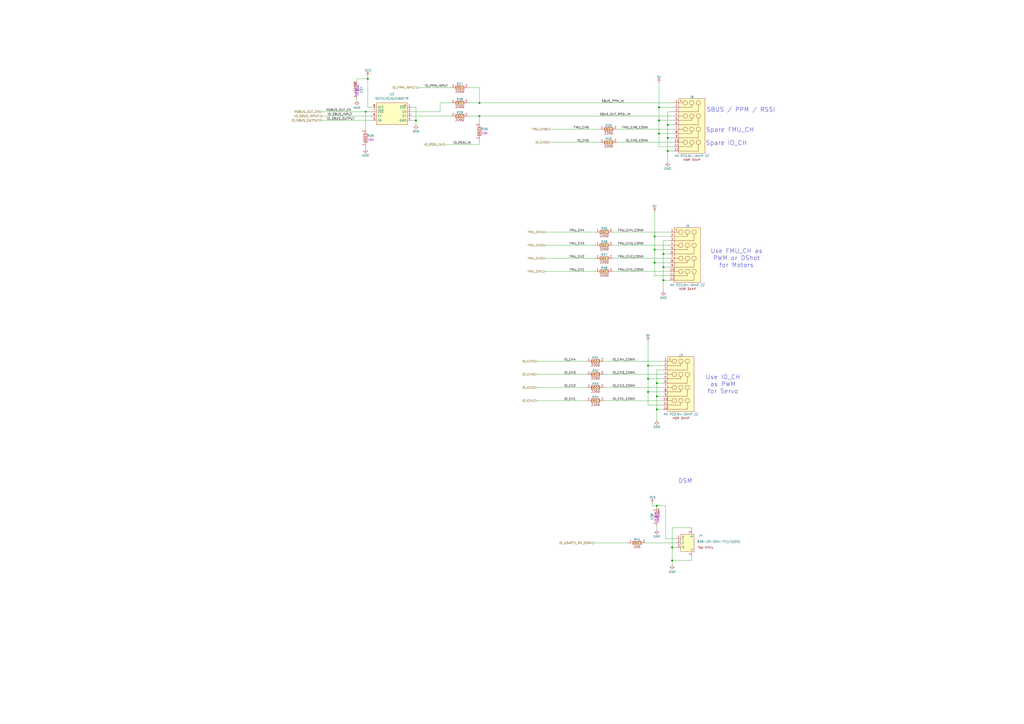
<source format=kicad_sch>
(kicad_sch (version 20250114) (generator "eeschema") (generator_version "9.0")
  (paper "A2")
  (lib_symbols
    (symbol "B3B-ZR-SM4-TF(LF)(SN)_1"
      (property "Reference" "J" (at 8.89 4.318 0))
      (property "Value" "B3B-ZR-SM4-TF(LF)(SN)" (at 19.304 0.762 0))
      (symbol "B3B-ZR-SM4-TF(LF)(SN)_1_0_1"
        (rectangle (start -2.54 5.08) (end 5.08 -5.08) (fill (type background)))
        (circle (center -1.27 3.81) (radius 0.38))
        (pin unspecified line (at -5.08 2.54 0) (length 2.54) (name "1") (number "1"))
        (pin unspecified line (at -5.08 0 0) (length 2.54) (name "2") (number "2"))
        (pin unspecified line (at -5.08 -2.54 0) (length 2.54) (name "3") (number "3"))
        (pin unspecified line (at 3.81 7.62 270) (length 2.54) (name "5") (number "5"))
        (pin unspecified line (at 3.81 -7.62 90) (length 2.54) (name "4") (number "4"))
      )
      (symbol "B3B-ZR-SM4-TF(LF)(SN)_1_1_1"
        (text "Top Entry" (at 7.112 -2.54 0) (effects (font (size 1.27 1.27)) (justify left)))
      )
    )
    (symbol "SAMC21_breakout-rescue:GND" (power) (pin_names (offset 0))
      (property "Value" "GND" (at 0 -3.81 0))
      (symbol "GND_0_1"
        (polyline (pts (xy 0 0) (xy 0 -1.27) (xy 1.27 -1.27) (xy 0 -2.54) (xy -1.27 -1.27) (xy 0 -1.27)))
      )
      (symbol "GND_1_1"
        (pin power_in line (at 0 0 270) (length 0) (hide yes) (name "GND") (number "1"))
      )
    )
    (symbol "easyeda2kicad:0603WAF1002T5E" (pin_names (hide yes))
      (property "Reference" "R" (at 0 5.08 0))
      (property "Value" "0603WAF1002T5E" (at 0 -5.08 0))
      (symbol "0603WAF1002T5E_0_1"
        (rectangle (start -2.54 1.02) (end 2.54 -1.02) (fill (type background)))
        (pin input line (at -5.08 0 0) (length 2.54) (name "1") (number "1"))
        (pin input line (at 5.08 0 180) (length 2.54) (name "2") (number "2"))
      )
    )
    (symbol "lampelKicadLIB:0603WAF2200T5E (220ohm  , 0603)"
      (property "Reference" "R" (at 0 2.032 0))
      (symbol "0603WAF2200T5E (220ohm  , 0603)_0_1"
        (rectangle (start -2.54 1.02) (end 2.54 -1.02) (fill (type background)))
        (pin input line (at -5.08 0 0) (length 2.54) (name "") (number "1"))
        (pin input line (at 5.08 0 180) (length 2.54) (name "") (number "2"))
      )
      (symbol "0603WAF2200T5E (220ohm  , 0603)_1_1"
        (text "0603" (at 0 0 0) (effects (font (size 1.27 1.27))))
        (text "220Ω" (at 0 -2.286 0) (effects (font (size 1.27 1.27))))
      )
    )
    (symbol "lampelKicadLIB:0603WAF220JT5E (22ohm , 0603)"
      (property "Reference" "R" (at 0 2.032 0))
      (symbol "0603WAF220JT5E (22ohm , 0603)_0_1"
        (rectangle (start -2.54 1.02) (end 2.54 -1.02) (fill (type background)))
        (pin input line (at -5.08 0 0) (length 2.54) (name "") (number "1"))
        (pin input line (at 5.08 0 180) (length 2.54) (name "") (number "2"))
      )
      (symbol "0603WAF220JT5E (22ohm , 0603)_1_1"
        (text "0603" (at 0 0 0) (effects (font (size 1.27 1.27))))
        (text "22Ω" (at 0 -2.286 0) (effects (font (size 1.27 1.27))))
      )
    )
    (symbol "lampelKicadLIB:CC0603KRX7R9BB104 (100nf , 0603 ,50v ,X7R)"
      (property "Reference" "C" (at 0 2.794 0))
      (symbol "CC0603KRX7R9BB104 (100nf , 0603 ,50v ,X7R)_0_1"
        (polyline (pts (xy -0.51 0) (xy -2.54 0)))
        (polyline (pts (xy -0.51 -2.03) (xy -0.51 2.03)))
        (polyline (pts (xy 0.51 2.03) (xy 0.51 -2.03)))
        (polyline (pts (xy 2.54 0) (xy 0.51 0)))
        (pin unspecified line (at -5.08 0 0) (length 2.54) (name "") (number "1"))
        (pin unspecified line (at 5.08 0 180) (length 2.54) (name "") (number "2"))
      )
      (symbol "CC0603KRX7R9BB104 (100nf , 0603 ,50v ,X7R)_1_1"
        (text "X7R" (at -2.286 0.762 0) (effects (font (size 0.635 0.635))))
        (text "±10%" (at -2.286 -0.762 0) (effects (font (size 0.635 0.635))))
        (text "0603" (at 0 0 900) (effects (font (size 0.635 0.635))))
        (text "50v" (at 2.032 0.762 0) (effects (font (size 0.762 0.762))))
        (text "100nF" (at 2.794 -1.016 0) (effects (font (size 0.889 0.889))))
      )
    )
    (symbol "lampelKicadLIB:HXPZ2.54-3X4PZZ" (pin_names (hide yes))
      (property "Reference" "J" (at 0 16.256 0))
      (property "Value" "HX PZ2.54-3X4P ZZ" (at 0 -18.034 0))
      (symbol "HXPZ2.54-3X4PZZ_0_1"
        (rectangle (start -7.62 15.24) (end 7.62 -16.51) (fill (type background)))
        (polyline (pts (xy -7.62 12.7) (xy -5.08 12.7)))
        (polyline (pts (xy -7.62 10.16) (xy 0 10.16) (xy 0 11.43)))
        (polyline (pts (xy -7.62 7.62) (xy 3.81 7.62) (xy 3.81 11.43)))
        (polyline (pts (xy -7.62 5.08) (xy -5.08 5.08)))
        (polyline (pts (xy -7.62 2.54) (xy 0 2.54) (xy 0 3.81)))
        (polyline (pts (xy -7.62 0) (xy 3.81 0) (xy 3.81 3.81)))
        (polyline (pts (xy -7.62 -2.54) (xy -5.08 -2.54)))
        (polyline (pts (xy -7.62 -5.08) (xy 0 -5.08) (xy 0 -3.81)))
        (polyline (pts (xy -7.62 -7.62) (xy 3.81 -7.62) (xy 3.81 -3.81)))
        (polyline (pts (xy -7.62 -10.16) (xy -5.08 -10.16)))
        (polyline (pts (xy -7.62 -12.7) (xy 0 -12.7) (xy 0 -11.43)))
        (polyline (pts (xy -7.62 -15.24) (xy 3.81 -15.24) (xy 3.81 -11.43)))
        (circle (center -6.35 13.97) (radius 0.38))
        (circle (center -3.81 12.7) (radius 1.27))
        (circle (center -3.81 5.08) (radius 1.27))
        (circle (center -3.81 -2.54) (radius 1.27))
        (circle (center -3.81 -10.16) (radius 1.27))
        (circle (center 0 12.7) (radius 1.27))
        (circle (center 0 5.08) (radius 1.27))
        (circle (center 0 -2.54) (radius 1.27))
        (circle (center 0 -10.16) (radius 1.27))
        (circle (center 3.81 12.7) (radius 1.27))
        (circle (center 3.81 5.08) (radius 1.27))
        (circle (center 3.81 -2.54) (radius 1.27))
        (circle (center 3.81 -10.16) (radius 1.27))
        (pin unspecified line (at -10.16 12.7 0) (length 2.54) (name "1") (number "1"))
        (pin unspecified line (at -10.16 10.16 0) (length 2.54) (name "2") (number "2"))
        (pin unspecified line (at -10.16 7.62 0) (length 2.54) (name "3") (number "3"))
        (pin unspecified line (at -10.16 5.08 0) (length 2.54) (name "4") (number "4"))
        (pin unspecified line (at -10.16 2.54 0) (length 2.54) (name "5") (number "5"))
        (pin unspecified line (at -10.16 0 0) (length 2.54) (name "6") (number "6"))
        (pin unspecified line (at -10.16 -2.54 0) (length 2.54) (name "7") (number "7"))
        (pin unspecified line (at -10.16 -5.08 0) (length 2.54) (name "8") (number "8"))
        (pin unspecified line (at -10.16 -7.62 0) (length 2.54) (name "9") (number "9"))
        (pin unspecified line (at -10.16 -10.16 0) (length 2.54) (name "10") (number "10"))
        (pin unspecified line (at -10.16 -12.7 0) (length 2.54) (name "11") (number "11"))
        (pin unspecified line (at -10.16 -15.24 0) (length 2.54) (name "12") (number "12"))
      )
      (symbol "HXPZ2.54-3X4PZZ_1_1"
        (text "HDR 3X4P" (at 0 -20.32 0) (effects (font (size 1.27 1.27))))
      )
    )
    (symbol "lampelKicadLIB:SN74LVC2G240DCTR"
      (property "Reference" "U" (at 0 8.89 0))
      (property "Value" "SN74LVC2G240DCTR" (at 0 -8.89 0))
      (symbol "SN74LVC2G240DCTR_0_1"
        (rectangle (start -8.89 6.35) (end 8.89 -6.35) (fill (type background)))
        (circle (center -7.62 5.08) (radius 0.38))
        (pin unspecified line (at -11.43 3.81 0) (length 2.54) (name "~{1OE}") (number "1"))
        (pin unspecified line (at -11.43 1.27 0) (length 2.54) (name "1A") (number "2"))
        (pin unspecified line (at -11.43 -1.27 0) (length 2.54) (name "2Y") (number "3"))
        (pin unspecified line (at -11.43 -3.81 0) (length 2.54) (name "GND") (number "4"))
        (pin unspecified line (at 11.43 3.81 180) (length 2.54) (name "VCC") (number "8"))
        (pin unspecified line (at 11.43 1.27 180) (length 2.54) (name "~{2OE}") (number "7"))
        (pin unspecified line (at 11.43 -1.27 180) (length 2.54) (name "1Y") (number "6"))
        (pin unspecified line (at 11.43 -3.81 180) (length 2.54) (name "2A") (number "5"))
      )
    )
    (symbol "power:GND" (power) (pin_numbers (hide yes)) (pin_names (offset 0) (hide yes))
      (property "Value" "GND" (at 0 -3.81 0))
      (symbol "GND_0_1"
        (polyline (pts (xy 0 0) (xy 0 -1.27) (xy 1.27 -1.27) (xy 0 -2.54) (xy -1.27 -1.27) (xy 0 -1.27)))
      )
      (symbol "GND_1_1"
        (pin power_in line (at 0 0 270) (length 0) (name "~") (number "1"))
      )
    )
    (symbol "power:VDD" (power) (pin_numbers (hide yes)) (pin_names (offset 0) (hide yes))
      (property "Value" "VDD" (at 0 3.556 0))
      (symbol "VDD_0_1"
        (polyline (pts (xy -0.762 1.27) (xy 0 2.54)))
        (polyline (pts (xy 0 2.54) (xy 0.762 1.27)))
        (polyline (pts (xy 0 0) (xy 0 2.54)))
      )
      (symbol "VDD_1_1"
        (pin power_in line (at 0 0 90) (length 0) (name "~") (number "1"))
      )
    )
  )
  (text "Use IO_CH\nas PWM\nfor Servo" (at 419.354 223.012 0) (effects (font (size 2.54 2.54))))
  (text "Spare FMU_CH" (at 423.418 75.438 0) (effects (font (size 2.54 2.54))))
  (text "Use FMU_CH as\nPWM or DShot\nfor Motors" (at 427.228 149.86 0) (effects (font (size 2.54 2.54))))
  (text "SBUS / PPM / RSSI" (at 429.768 63.754 0) (effects (font (size 2.54 2.54))))
  (text "DSM" (at 397.51 279.146 0) (effects (font (size 2.54 2.54))))
  (text "Spare IO_CH" (at 421.386 83.058 0) (effects (font (size 2.54 2.54))))
  (junction (at 389.89 325.12))
  (junction (at 379.73 144.78))
  (junction (at 384.81 154.94))
  (junction (at 381 229.87))
  (junction (at 381 293.37))
  (junction (at 387.35 87.63))
  (junction (at 387.35 72.39))
  (junction (at 375.92 219.71))
  (junction (at 384.81 147.32))
  (junction (at 212.09 64.77))
  (junction (at 381 222.25))
  (junction (at 382.27 77.47))
  (junction (at 278.13 59.69))
  (junction (at 382.27 69.85))
  (junction (at 379.73 152.4))
  (junction (at 381 237.49))
  (junction (at 241.3 69.85))
  (junction (at 382.27 62.23))
  (junction (at 387.35 80.01))
  (junction (at 389.89 317.5))
  (junction (at 384.81 162.56))
  (junction (at 278.13 67.31))
  (junction (at 379.73 137.16))
  (junction (at 375.92 212.09))
  (junction (at 213.36 45.72))
  (junction (at 375.92 227.33))
  (wire (pts (xy 355.6 142.24) (xy 388.62 142.24)))
  (wire (pts (xy 207.01 45.72) (xy 213.36 45.72)))
  (wire (pts (xy 384.81 162.56) (xy 384.81 168.91)))
  (wire (pts (xy 213.36 62.23) (xy 215.9 62.23)))
  (wire (pts (xy 278.13 59.69) (xy 391.16 59.69)))
  (wire (pts (xy 384.81 139.7) (xy 384.81 147.32)))
  (wire (pts (xy 382.27 69.85) (xy 382.27 77.47)))
  (wire (pts (xy 374.65 314.96) (xy 392.43 314.96)))
  (wire (pts (xy 381 229.87) (xy 384.81 229.87)))
  (wire (pts (xy 350.52 224.79) (xy 384.81 224.79)))
  (wire (pts (xy 350.52 232.41) (xy 384.81 232.41)))
  (wire (pts (xy 392.43 317.5) (xy 389.89 317.5)))
  (wire (pts (xy 378.46 292.1) (xy 378.46 293.37)))
  (wire (pts (xy 350.52 209.55) (xy 384.81 209.55)))
  (wire (pts (xy 271.78 50.8) (xy 278.13 50.8)))
  (wire (pts (xy 257.81 83.82) (xy 278.13 83.82)))
  (wire (pts (xy 316.23 157.48) (xy 345.44 157.48)))
  (wire (pts (xy 389.89 325.12) (xy 401.32 325.12)))
  (wire (pts (xy 278.13 83.82) (xy 278.13 81.28)))
  (wire (pts (xy 311.15 209.55) (xy 340.36 209.55)))
  (wire (pts (xy 355.6 134.62) (xy 388.62 134.62)))
  (wire (pts (xy 375.92 227.33) (xy 375.92 219.71)))
  (wire (pts (xy 388.62 152.4) (xy 379.73 152.4)))
  (wire (pts (xy 358.14 74.93) (xy 391.16 74.93)))
  (wire (pts (xy 355.6 157.48) (xy 388.62 157.48)))
  (wire (pts (xy 381 237.49) (xy 381 243.84)))
  (wire (pts (xy 384.81 154.94) (xy 388.62 154.94)))
  (wire (pts (xy 255.27 64.77) (xy 255.27 59.69)))
  (wire (pts (xy 381 237.49) (xy 384.81 237.49)))
  (wire (pts (xy 381 222.25) (xy 381 229.87)))
  (wire (pts (xy 375.92 234.95) (xy 375.92 227.33)))
  (wire (pts (xy 242.57 50.8) (xy 261.62 50.8)))
  (wire (pts (xy 186.69 64.77) (xy 212.09 64.77)))
  (wire (pts (xy 311.15 217.17) (xy 340.36 217.17)))
  (wire (pts (xy 382.27 48.26) (xy 382.27 62.23)))
  (wire (pts (xy 238.76 64.77) (xy 255.27 64.77)))
  (wire (pts (xy 238.76 62.23) (xy 241.3 62.23)))
  (wire (pts (xy 387.35 87.63) (xy 387.35 93.98)))
  (wire (pts (xy 401.32 325.12) (xy 401.32 322.58)))
  (wire (pts (xy 271.78 59.69) (xy 278.13 59.69)))
  (wire (pts (xy 213.36 45.72) (xy 213.36 62.23)))
  (wire (pts (xy 238.76 67.31) (xy 261.62 67.31)))
  (wire (pts (xy 384.81 147.32) (xy 388.62 147.32)))
  (wire (pts (xy 316.23 149.86) (xy 345.44 149.86)))
  (wire (pts (xy 391.16 64.77) (xy 387.35 64.77)))
  (wire (pts (xy 381 222.25) (xy 384.81 222.25)))
  (wire (pts (xy 382.27 69.85) (xy 391.16 69.85)))
  (wire (pts (xy 241.3 69.85) (xy 241.3 72.39)))
  (wire (pts (xy 384.81 147.32) (xy 384.81 154.94)))
  (wire (pts (xy 186.69 67.31) (xy 215.9 67.31)))
  (wire (pts (xy 384.81 212.09) (xy 375.92 212.09)))
  (wire (pts (xy 311.15 232.41) (xy 340.36 232.41)))
  (wire (pts (xy 212.09 85.09) (xy 212.09 86.36)))
  (wire (pts (xy 207.01 46.99) (xy 207.01 45.72)))
  (wire (pts (xy 382.27 85.09) (xy 382.27 77.47)))
  (wire (pts (xy 375.92 198.12) (xy 375.92 212.09)))
  (wire (pts (xy 381 214.63) (xy 381 222.25)))
  (wire (pts (xy 384.81 234.95) (xy 375.92 234.95)))
  (wire (pts (xy 318.77 74.93) (xy 347.98 74.93)))
  (wire (pts (xy 316.23 142.24) (xy 345.44 142.24)))
  (wire (pts (xy 271.78 67.31) (xy 278.13 67.31)))
  (wire (pts (xy 389.89 306.07) (xy 389.89 317.5)))
  (wire (pts (xy 387.35 64.77) (xy 387.35 72.39)))
  (wire (pts (xy 386.08 293.37) (xy 381 293.37)))
  (wire (pts (xy 392.43 312.42) (xy 386.08 312.42)))
  (wire (pts (xy 401.32 306.07) (xy 401.32 307.34)))
  (wire (pts (xy 212.09 64.77) (xy 212.09 74.93)))
  (wire (pts (xy 387.35 80.01) (xy 391.16 80.01)))
  (wire (pts (xy 389.89 317.5) (xy 389.89 325.12)))
  (wire (pts (xy 213.36 44.45) (xy 213.36 45.72)))
  (wire (pts (xy 388.62 137.16) (xy 379.73 137.16)))
  (wire (pts (xy 311.15 224.79) (xy 340.36 224.79)))
  (wire (pts (xy 375.92 219.71) (xy 375.92 212.09)))
  (wire (pts (xy 381 293.37) (xy 381 294.64)))
  (wire (pts (xy 278.13 67.31) (xy 391.16 67.31)))
  (wire (pts (xy 388.62 139.7) (xy 384.81 139.7)))
  (wire (pts (xy 364.49 314.96) (xy 344.17 314.96)))
  (wire (pts (xy 391.16 85.09) (xy 382.27 85.09)))
  (wire (pts (xy 384.81 227.33) (xy 375.92 227.33)))
  (wire (pts (xy 358.14 82.55) (xy 391.16 82.55)))
  (wire (pts (xy 381 307.34) (xy 381 304.8)))
  (wire (pts (xy 387.35 87.63) (xy 391.16 87.63)))
  (wire (pts (xy 186.69 69.85) (xy 215.9 69.85)))
  (wire (pts (xy 350.52 217.17) (xy 384.81 217.17)))
  (wire (pts (xy 379.73 123.19) (xy 379.73 137.16)))
  (wire (pts (xy 318.77 82.55) (xy 347.98 82.55)))
  (wire (pts (xy 278.13 50.8) (xy 278.13 59.69)))
  (wire (pts (xy 391.16 77.47) (xy 382.27 77.47)))
  (wire (pts (xy 384.81 214.63) (xy 381 214.63)))
  (wire (pts (xy 207.01 57.15) (xy 207.01 58.42)))
  (wire (pts (xy 382.27 62.23) (xy 391.16 62.23)))
  (wire (pts (xy 388.62 144.78) (xy 379.73 144.78)))
  (wire (pts (xy 278.13 67.31) (xy 278.13 71.12)))
  (wire (pts (xy 379.73 160.02) (xy 379.73 152.4)))
  (wire (pts (xy 238.76 69.85) (xy 241.3 69.85)))
  (wire (pts (xy 386.08 293.37) (xy 386.08 312.42)))
  (wire (pts (xy 212.09 64.77) (xy 215.9 64.77)))
  (wire (pts (xy 241.3 62.23) (xy 241.3 69.85)))
  (wire (pts (xy 387.35 72.39) (xy 387.35 80.01)))
  (wire (pts (xy 388.62 160.02) (xy 379.73 160.02)))
  (wire (pts (xy 379.73 144.78) (xy 379.73 137.16)))
  (wire (pts (xy 355.6 149.86) (xy 388.62 149.86)))
  (wire (pts (xy 389.89 325.12) (xy 389.89 327.66)))
  (wire (pts (xy 384.81 154.94) (xy 384.81 162.56)))
  (wire (pts (xy 391.16 72.39) (xy 387.35 72.39)))
  (wire (pts (xy 378.46 293.37) (xy 381 293.37)))
  (wire (pts (xy 401.32 306.07) (xy 389.89 306.07)))
  (wire (pts (xy 384.81 162.56) (xy 388.62 162.56)))
  (wire (pts (xy 316.23 134.62) (xy 345.44 134.62)))
  (wire (pts (xy 381 229.87) (xy 381 237.49)))
  (wire (pts (xy 382.27 62.23) (xy 382.27 69.85)))
  (wire (pts (xy 384.81 219.71) (xy 375.92 219.71)))
  (wire (pts (xy 255.27 59.69) (xy 261.62 59.69)))
  (wire (pts (xy 387.35 80.01) (xy 387.35 87.63)))
  (wire (pts (xy 379.73 152.4) (xy 379.73 144.78)))
  (label "IO_CH3" (at 334.01 217.17 180))
  (label "FMU_CH4" (at 339.09 134.62 180))
  (label "IO_PPM_INPUT" (at 246.38 50.8 0))
  (label "IO_SBUS_OUTPUT" (at 205.74 69.85 180))
  (label "IO_CH4_CONN" (at 368.3 209.55 180))
  (label "IO_CH2_CONN" (at 368.3 224.79 180))
  (label "IO_CH1" (at 334.01 232.41 180))
  (label "FMU_CH1_CONN" (at 373.38 157.48 180))
  (label "IO_RSSI_IN" (at 262.89 83.82 0))
  (label "FMU_CH3" (at 339.09 142.24 180))
  (label "IO_CH5" (at 341.63 82.55 180))
  (label "IO_CH3_CONN" (at 368.3 217.17 180))
  (label "IO_SBUS_INPUT" (at 204.47 67.31 180))
  (label "FMU_CH1" (at 339.09 157.48 180))
  (label "SBUS_PPM_IN" (at 361.95 59.69 180))
  (label "FMU_CH6_CONN" (at 375.92 74.93 180))
  (label "IO_CH2" (at 334.01 224.79 180))
  (label "IO_CH5_CONN" (at 375.92 82.55 180))
  (label "SBUS_OUT_RSSI_IN" (at 365.76 67.31 180))
  (label "FMU_CH3_CONN" (at 373.38 142.24 180))
  (label "FMU_CH2_CONN" (at 373.38 149.86 180))
  (label "FMU_CH6" (at 341.63 74.93 180))
  (label "FMU_CH2" (at 339.09 149.86 180))
  (label "FMU_CH4_CONN" (at 373.38 134.62 180))
  (label "IO_CH1_CONN" (at 368.3 232.41 180))
  (label "NSBUS_OUT_EN" (at 189.23 64.77 0))
  (label "IO_CH4" (at 334.01 209.55 180))
  (hierarchical_label "FMU_CH6" (shape input) (at 318.77 74.93 180))
  (hierarchical_label "IO_CH4" (shape input) (at 311.15 209.55 180))
  (hierarchical_label "FMU_CH2" (shape input) (at 316.23 149.86 180))
  (hierarchical_label "IO_CH5" (shape input) (at 318.77 82.55 180))
  (hierarchical_label "NSBUS_OUT_EN" (shape input) (at 186.69 64.77 180))
  (hierarchical_label "IO_RSSI_IN" (shape output) (at 257.81 83.82 180))
  (hierarchical_label "IO_CH3" (shape input) (at 311.15 217.17 180))
  (hierarchical_label "FMU_CH1" (shape input) (at 316.23 157.48 180))
  (hierarchical_label "IO_CH2" (shape input) (at 311.15 224.79 180))
  (hierarchical_label "FMU_CH4" (shape input) (at 316.23 134.62 180))
  (hierarchical_label "IO_CH1" (shape input) (at 311.15 232.41 180))
  (hierarchical_label "IO_SBUS_OUTPUT" (shape input) (at 186.69 69.85 180))
  (hierarchical_label "IO_PPM_INPUT" (shape output) (at 242.57 50.8 180))
  (hierarchical_label "FMU_CH3" (shape input) (at 316.23 142.24 180))
  (hierarchical_label "IO_USART1_RX_DSM" (shape output) (at 344.17 314.96 180))
  (hierarchical_label "IO_SBUS_INPUT" (shape output) (at 186.69 67.31 180))
  (symbol (lib_id "power:GND") (at 389.89 327.66 0) (unit 1)
    (property "Reference" "#PWR094" (effects (hide yes)))
    (property "Value" "GND" (at 389.89 331.724 0))
    (property "Description" "Power symbol creates a global label with name \"GND\" , ground" (effects (hide yes)))
  )
  (symbol (lib_id "power:VDD") (at 378.46 292.1 0) (mirror y) (unit 1)
    (property "Reference" "#PWR087" (effects (hide yes)))
    (property "Value" "3V3" (at 378.46 288.544 0))
    (property "Description" "Power symbol creates a global label with name \"VDD\"" (effects (hide yes)))
  )
  (symbol (lib_id "lampelKicadLIB:0603WAF2200T5E (220ohm  , 0603)") (at 345.44 224.79 0) (unit 1)
    (property "Reference" "R33" (at 345.44 222.758 0))
    (property "Value" "0603WAF2200T5E (220ohm  , 0603)" (effects (hide yes)))
    (property "Footprint" "easyeda2kicad:R0603" (effects (hide yes)))
    (property "Datasheet" "https://lcsc.com/product-detail/Chip-Resistor-Surface-Mount-UniOhm_220R-2200-1_C22962.html" (effects (hide yes)))
    (property "Description" "220Ω ±1% 100mW 0603 Thick Film Resistor" (effects (hide yes)))
    (property "LCSC Part" "C22962" (effects (hide yes)))
  )
  (symbol (lib_id "lampelKicadLIB:0603WAF2200T5E (220ohm  , 0603)") (at 353.06 82.55 0) (unit 1)
    (property "Reference" "R40" (at 353.06 80.518 0))
    (property "Value" "0603WAF2200T5E (220ohm  , 0603)" (effects (hide yes)))
    (property "Footprint" "easyeda2kicad:R0603" (effects (hide yes)))
    (property "Datasheet" "https://lcsc.com/product-detail/Chip-Resistor-Surface-Mount-UniOhm_220R-2200-1_C22962.html" (effects (hide yes)))
    (property "Description" "220Ω ±1% 100mW 0603 Thick Film Resistor" (effects (hide yes)))
    (property "LCSC Part" "C22962" (effects (hide yes)))
  )
  (symbol (lib_id "lampelKicadLIB:0603WAF2200T5E (220ohm  , 0603)") (at 350.52 134.62 0) (unit 1)
    (property "Reference" "R35" (at 350.52 132.588 0))
    (property "Value" "0603WAF2200T5E (220ohm  , 0603)" (effects (hide yes)))
    (property "Footprint" "easyeda2kicad:R0603" (effects (hide yes)))
    (property "Datasheet" "https://lcsc.com/product-detail/Chip-Resistor-Surface-Mount-UniOhm_220R-2200-1_C22962.html" (effects (hide yes)))
    (property "Description" "220Ω ±1% 100mW 0603 Thick Film Resistor" (effects (hide yes)))
    (property "LCSC Part" "C22962" (effects (hide yes)))
  )
  (symbol (lib_id "power:GND") (at 384.81 168.91 0) (unit 1)
    (property "Reference" "#PWR092" (effects (hide yes)))
    (property "Value" "GND" (at 384.81 172.72 0))
    (property "Description" "Power symbol creates a global label with name \"GND\" , ground" (effects (hide yes)))
  )
  (symbol (lib_id "lampelKicadLIB:0603WAF2200T5E (220ohm  , 0603)") (at 353.06 74.93 0) (unit 1)
    (property "Reference" "R39" (at 353.06 72.898 0))
    (property "Value" "0603WAF2200T5E (220ohm  , 0603)" (effects (hide yes)))
    (property "Footprint" "easyeda2kicad:R0603" (effects (hide yes)))
    (property "Datasheet" "https://lcsc.com/product-detail/Chip-Resistor-Surface-Mount-UniOhm_220R-2200-1_C22962.html" (effects (hide yes)))
    (property "Description" "220Ω ±1% 100mW 0603 Thick Film Resistor" (effects (hide yes)))
    (property "LCSC Part" "C22962" (effects (hide yes)))
  )
  (symbol (lib_id "lampelKicadLIB:0603WAF2200T5E (220ohm  , 0603)") (at 350.52 157.48 0) (unit 1)
    (property "Reference" "R38" (at 350.52 155.448 0))
    (property "Value" "0603WAF2200T5E (220ohm  , 0603)" (effects (hide yes)))
    (property "Footprint" "easyeda2kicad:R0603" (effects (hide yes)))
    (property "Datasheet" "https://lcsc.com/product-detail/Chip-Resistor-Surface-Mount-UniOhm_220R-2200-1_C22962.html" (effects (hide yes)))
    (property "Description" "220Ω ±1% 100mW 0603 Thick Film Resistor" (effects (hide yes)))
    (property "LCSC Part" "C22962" (effects (hide yes)))
  )
  (symbol (lib_id "lampelKicadLIB:0603WAF2200T5E (220ohm  , 0603)") (at 345.44 209.55 0) (unit 1)
    (property "Reference" "R31" (at 345.44 207.518 0))
    (property "Value" "0603WAF2200T5E (220ohm  , 0603)" (effects (hide yes)))
    (property "Footprint" "easyeda2kicad:R0603" (effects (hide yes)))
    (property "Datasheet" "https://lcsc.com/product-detail/Chip-Resistor-Surface-Mount-UniOhm_220R-2200-1_C22962.html" (effects (hide yes)))
    (property "Description" "220Ω ±1% 100mW 0603 Thick Film Resistor" (effects (hide yes)))
    (property "LCSC Part" "C22962" (effects (hide yes)))
  )
  (symbol (lib_id "lampelKicadLIB:HXPZ2.54-3X4PZZ") (at 398.78 147.32 0) (unit 1)
    (property "Reference" "J5" (at 398.78 131.064 0))
    (property "Value" "HX PZ2.54-3X4P ZZ" (at 398.78 165.354 0))
    (property "Footprint" "easyeda2kicad:HDR-TH_12P-P2.54-V-M-R3-C4-S2.54" (effects (hide yes)))
    (property "LCSC Part" "C32713291" (effects (hide yes)))
  )
  (symbol (lib_id "power:GND") (at 387.35 93.98 0) (unit 1)
    (property "Reference" "#PWR093" (effects (hide yes)))
    (property "Value" "GND" (at 387.35 97.79 0))
    (property "Description" "Power symbol creates a global label with name \"GND\" , ground" (effects (hide yes)))
  )
  (symbol (lib_id "lampelKicadLIB:0603WAF2200T5E (220ohm  , 0603)") (at 350.52 149.86 0) (unit 1)
    (property "Reference" "R37" (at 350.52 147.828 0))
    (property "Value" "0603WAF2200T5E (220ohm  , 0603)" (effects (hide yes)))
    (property "Footprint" "easyeda2kicad:R0603" (effects (hide yes)))
    (property "Datasheet" "https://lcsc.com/product-detail/Chip-Resistor-Surface-Mount-UniOhm_220R-2200-1_C22962.html" (effects (hide yes)))
    (property "Description" "220Ω ±1% 100mW 0603 Thick Film Resistor" (effects (hide yes)))
    (property "LCSC Part" "C22962" (effects (hide yes)))
  )
  (symbol (lib_id "lampelKicadLIB:0603WAF2200T5E (220ohm  , 0603)") (at 266.7 67.31 0) (unit 1)
    (property "Reference" "R29" (at 266.7 65.278 0))
    (property "Value" "0603WAF2200T5E (220ohm  , 0603)" (effects (hide yes)))
    (property "Footprint" "easyeda2kicad:R0603" (effects (hide yes)))
    (property "Datasheet" "https://lcsc.com/product-detail/Chip-Resistor-Surface-Mount-UniOhm_220R-2200-1_C22962.html" (effects (hide yes)))
    (property "Description" "220Ω ±1% 100mW 0603 Thick Film Resistor" (effects (hide yes)))
    (property "LCSC Part" "C22962" (effects (hide yes)))
  )
  (symbol (lib_id "lampelKicadLIB:0603WAF2200T5E (220ohm  , 0603)") (at 350.52 142.24 0) (unit 1)
    (property "Reference" "R36" (at 350.52 140.208 0))
    (property "Value" "0603WAF2200T5E (220ohm  , 0603)" (effects (hide yes)))
    (property "Footprint" "easyeda2kicad:R0603" (effects (hide yes)))
    (property "Datasheet" "https://lcsc.com/product-detail/Chip-Resistor-Surface-Mount-UniOhm_220R-2200-1_C22962.html" (effects (hide yes)))
    (property "Description" "220Ω ±1% 100mW 0603 Thick Film Resistor" (effects (hide yes)))
    (property "LCSC Part" "C22962" (effects (hide yes)))
  )
  (symbol (lib_id "power:VDD") (at 379.73 123.19 0) (mirror y) (unit 1)
    (property "Reference" "#PWR088" (effects (hide yes)))
    (property "Value" "5V" (at 379.73 119.634 0))
    (property "Description" "Power symbol creates a global label with name \"VDD\"" (effects (hide yes)))
  )
  (symbol (lib_id "lampelKicadLIB:0603WAF2200T5E (220ohm  , 0603)") (at 266.7 59.69 0) (unit 1)
    (property "Reference" "R28" (at 266.7 57.658 0))
    (property "Value" "0603WAF2200T5E (220ohm  , 0603)" (effects (hide yes)))
    (property "Footprint" "easyeda2kicad:R0603" (effects (hide yes)))
    (property "Datasheet" "https://lcsc.com/product-detail/Chip-Resistor-Surface-Mount-UniOhm_220R-2200-1_C22962.html" (effects (hide yes)))
    (property "Description" "220Ω ±1% 100mW 0603 Thick Film Resistor" (effects (hide yes)))
    (property "LCSC Part" "C22962" (effects (hide yes)))
  )
  (symbol (lib_id "power:VDD") (at 382.27 48.26 0) (mirror y) (unit 1)
    (property "Reference" "#PWR091" (effects (hide yes)))
    (property "Value" "5V" (at 382.27 44.704 0))
    (property "Description" "Power symbol creates a global label with name \"VDD\"" (effects (hide yes)))
  )
  (symbol (lib_id "power:VDD") (at 375.92 198.12 0) (mirror y) (unit 1)
    (property "Reference" "#PWR086" (effects (hide yes)))
    (property "Value" "5V" (at 375.92 194.564 0))
    (property "Description" "Power symbol creates a global label with name \"VDD\"" (effects (hide yes)))
  )
  (symbol (lib_id "lampelKicadLIB:CC0603KRX7R9BB104 (100nf , 0603 ,50v ,X7R)") (at 381 299.72 90) (unit 1)
    (property "Reference" "C38" (at 378.206 299.72 0))
    (property "Value" "CC0603KRX7R9BB104 (100nf , 0603 ,50v ,X7R)" (effects (hide yes)))
    (property "Footprint" "easyeda2kicad:C0603" (effects (hide yes)))
    (property "Datasheet" "https://lcsc.com/product-detail/Multilayer-Ceramic-Capacitors-MLCC-SMD-SMT_100nF-104-10-50V_C14663.html" (effects (hide yes)))
    (property "Description" "100nF ±10% 50V Ceramic Capacitor X7R 0603" (effects (hide yes)))
    (property "LCSC Part" "C14663" (effects (hide yes)))
  )
  (symbol (lib_id "SAMC21_breakout-rescue:GND") (at 381 307.34 0) (unit 1)
    (property "Reference" "#PWR090" (effects (hide yes)))
    (property "Value" "GND" (at 381 311.15 0))
  )
  (symbol (lib_id "lampelKicadLIB:CC0603KRX7R9BB104 (100nf , 0603 ,50v ,X7R)") (at 207.01 52.07 270) (mirror x) (unit 1)
    (property "Reference" "C37" (at 209.804 52.07 0))
    (property "Value" "CC0603KRX7R9BB104 (100nf , 0603 ,50v ,X7R)" (effects (hide yes)))
    (property "Footprint" "easyeda2kicad:C0603" (effects (hide yes)))
    (property "Datasheet" "https://lcsc.com/product-detail/Multilayer-Ceramic-Capacitors-MLCC-SMD-SMT_100nF-104-10-50V_C14663.html" (effects (hide yes)))
    (property "Description" "100nF ±10% 50V Ceramic Capacitor X7R 0603" (effects (hide yes)))
    (property "LCSC Part" "C14663" (effects (hide yes)))
  )
  (symbol (lib_id "lampelKicadLIB:HXPZ2.54-3X4PZZ") (at 401.32 72.39 0) (unit 1)
    (property "Reference" "J6" (at 401.32 56.134 0))
    (property "Value" "HX PZ2.54-3X4P ZZ" (at 401.32 90.424 0))
    (property "Footprint" "easyeda2kicad:HDR-TH_12P-P2.54-V-M-R3-C4-S2.54" (effects (hide yes)))
    (property "LCSC Part" "C32713291" (effects (hide yes)))
  )
  (symbol (lib_id "power:GND") (at 381 243.84 0) (unit 1)
    (property "Reference" "#PWR089" (effects (hide yes)))
    (property "Value" "GND" (at 381 247.65 0))
    (property "Description" "Power symbol creates a global label with name \"GND\" , ground" (effects (hide yes)))
  )
  (symbol (lib_id "lampelKicadLIB:0603WAF2200T5E (220ohm  , 0603)") (at 345.44 217.17 0) (unit 1)
    (property "Reference" "R32" (at 345.44 215.138 0))
    (property "Value" "0603WAF2200T5E (220ohm  , 0603)" (effects (hide yes)))
    (property "Footprint" "easyeda2kicad:R0603" (effects (hide yes)))
    (property "Datasheet" "https://lcsc.com/product-detail/Chip-Resistor-Surface-Mount-UniOhm_220R-2200-1_C22962.html" (effects (hide yes)))
    (property "Description" "220Ω ±1% 100mW 0603 Thick Film Resistor" (effects (hide yes)))
    (property "LCSC Part" "C22962" (effects (hide yes)))
  )
  (symbol (lib_id "power:GND") (at 241.3 72.39 0) (unit 1)
    (property "Reference" "#PWR085" (effects (hide yes)))
    (property "Value" "GND" (at 241.3 76.2 0))
    (property "Description" "Power symbol creates a global label with name \"GND\" , ground" (effects (hide yes)))
  )
  (symbol (lib_id "easyeda2kicad:0603WAF1002T5E") (at 278.13 76.2 90) (unit 1)
    (property "Reference" "R30" (at 279.146 74.93 90) (effects (justify right)))
    (property "Value" "0603WAF1002T5E" (effects (hide yes)))
    (property "Footprint" "easyeda2kicad:R0603" (effects (hide yes)))
    (property "Datasheet" "https://lcsc.com/product-detail/Chip-Resistor-Surface-Mount-UniOhm_10KR-1002-1_C25804.html" (effects (hide yes)))
    (property "Description" "10k" (at 281.178 77.216 90))
    (property "LCSC Part" "C25804" (effects (hide yes)))
    (property "Field6" "0603" (at 278.13 76.2 0))
  )
  (symbol (lib_id "lampelKicadLIB:0603WAF2200T5E (220ohm  , 0603)") (at 266.7 50.8 0) (unit 1)
    (property "Reference" "R27" (at 266.7 48.768 0))
    (property "Value" "0603WAF2200T5E (220ohm  , 0603)" (effects (hide yes)))
    (property "Footprint" "easyeda2kicad:R0603" (effects (hide yes)))
    (property "Datasheet" "https://lcsc.com/product-detail/Chip-Resistor-Surface-Mount-UniOhm_220R-2200-1_C22962.html" (effects (hide yes)))
    (property "Description" "220Ω ±1% 100mW 0603 Thick Film Resistor" (effects (hide yes)))
    (property "LCSC Part" "C22962" (effects (hide yes)))
  )
  (symbol (lib_name "B3B-ZR-SM4-TF(LF)(SN)_1") (lib_id "lampelKicadLIB:B3B-ZR-SM4-TF(LF)(SN)") (at 397.51 314.96 0) (unit 1)
    (property "Reference" "J4" (at 406.4 310.642 0))
    (property "Value" "B3B-ZR-SM4-TF(LF)(SN)" (at 416.814 314.198 0))
    (property "Footprint" "easyeda2kicad:CONN-SMD_B3B-ZR-SM4-TF" (effects (hide yes)))
    (property "Datasheet" "https://www.lcsc.com/product-detail/C489717.html" (effects (hide yes)))
    (property "Description" "Connector Header 3 position 1.5mm Pitch 1A Surface Mount,Vertical -25℃~+85℃" (effects (hide yes)))
    (property "LCSC Part" "C489717" (effects (hide yes)))
  )
  (symbol (lib_id "power:GND") (at 212.09 86.36 0) (unit 1)
    (property "Reference" "#PWR083" (effects (hide yes)))
    (property "Value" "GND" (at 212.09 90.17 0))
    (property "Description" "Power symbol creates a global label with name \"GND\" , ground" (effects (hide yes)))
  )
  (symbol (lib_id "lampelKicadLIB:HXPZ2.54-3X4PZZ") (at 394.97 222.25 0) (unit 1)
    (property "Reference" "J3" (at 394.97 205.994 0))
    (property "Value" "HX PZ2.54-3X4P ZZ" (at 394.97 240.284 0))
    (property "Footprint" "easyeda2kicad:HDR-TH_12P-P2.54-V-M-R3-C4-S2.54" (effects (hide yes)))
    (property "LCSC Part" "C32713291" (effects (hide yes)))
  )
  (symbol (lib_id "easyeda2kicad:0603WAF1002T5E") (at 212.09 80.01 90) (unit 1)
    (property "Reference" "R26" (at 213.106 78.74 90) (effects (justify right)))
    (property "Value" "0603WAF1002T5E" (effects (hide yes)))
    (property "Footprint" "easyeda2kicad:R0603" (effects (hide yes)))
    (property "Datasheet" "https://lcsc.com/product-detail/Chip-Resistor-Surface-Mount-UniOhm_10KR-1002-1_C25804.html" (effects (hide yes)))
    (property "Description" "10k" (at 215.138 81.026 90))
    (property "LCSC Part" "C25804" (effects (hide yes)))
    (property "Field6" "0603" (at 212.09 80.01 0))
  )
  (symbol (lib_id "power:VDD") (at 213.36 44.45 0) (mirror y) (unit 1)
    (property "Reference" "#PWR084" (effects (hide yes)))
    (property "Value" "3V3" (at 213.36 40.894 0))
    (property "Description" "Power symbol creates a global label with name \"VDD\"" (effects (hide yes)))
  )
  (symbol (lib_id "power:GND") (at 207.01 58.42 0) (mirror y) (unit 1)
    (property "Reference" "#PWR082" (effects (hide yes)))
    (property "Value" "GND" (at 207.01 62.484 0))
    (property "Description" "Power symbol creates a global label with name \"GND\" , ground" (effects (hide yes)))
  )
  (symbol (lib_id "lampelKicadLIB:0603WAF220JT5E (22ohm , 0603)") (at 369.57 314.96 0) (unit 1)
    (property "Reference" "R41" (at 369.57 312.928 0))
    (property "Value" "603WAF220JT5E (22ohm , 0603)" (effects (hide yes)))
    (property "Footprint" "easyeda2kicad:R0603" (effects (hide yes)))
    (property "Datasheet" "https://lcsc.com/product-detail/Chip-Resistor-Surface-Mount-UniOhm_22R-22R0-1_C23345.html" (effects (hide yes)))
    (property "Description" "22Ω ±1% 100mW 0603 Thick Film Resistor" (effects (hide yes)))
    (property "LCSC Part" "C23345" (effects (hide yes)))
  )
  (symbol (lib_id "lampelKicadLIB:SN74LVC2G240DCTR") (at 227.33 66.04 0) (mirror y) (unit 1)
    (property "Reference" "U3" (at 227.33 54.61 0))
    (property "Value" "SN74LVC2G240DCTR" (at 227.33 57.15 0))
    (property "Footprint" "easyeda2kicad:SM8_L3.0-W2.8-P0.65-LS4.0-BL" (effects (hide yes)))
    (property "Datasheet" "https://www.lcsc.com/product-detail/C2675797.html" (effects (hide yes)))
    (property "Description" "1.65V~5.5V 1 2 10uA 4.6ns@3.3V,50pF SSOP-8 Buffers, Drivers, Receivers, Transceivers RoHS" (effects (hide yes)))
    (property "LCSC Part" "C2675797" (effects (hide yes)))
  )
  (symbol (lib_id "lampelKicadLIB:0603WAF2200T5E (220ohm  , 0603)") (at 345.44 232.41 0) (unit 1)
    (property "Reference" "R34" (at 345.44 230.378 0))
    (property "Value" "0603WAF2200T5E (220ohm  , 0603)" (effects (hide yes)))
    (property "Footprint" "easyeda2kicad:R0603" (effects (hide yes)))
    (property "Datasheet" "https://lcsc.com/product-detail/Chip-Resistor-Surface-Mount-UniOhm_220R-2200-1_C22962.html" (effects (hide yes)))
    (property "Description" "220Ω ±1% 100mW 0603 Thick Film Resistor" (effects (hide yes)))
    (property "LCSC Part" "C22962" (effects (hide yes)))
  )
)
</source>
